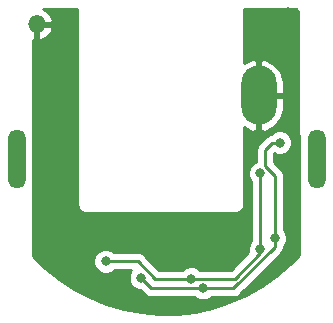
<source format=gbr>
G04 #@! TF.GenerationSoftware,KiCad,Pcbnew,(5.0.2)-1*
G04 #@! TF.CreationDate,2019-07-28T22:47:38+08:00*
G04 #@! TF.ProjectId,I2CS,49324353-2e6b-4696-9361-645f70636258,rev?*
G04 #@! TF.SameCoordinates,Original*
G04 #@! TF.FileFunction,Copper,L2,Bot*
G04 #@! TF.FilePolarity,Positive*
%FSLAX46Y46*%
G04 Gerber Fmt 4.6, Leading zero omitted, Abs format (unit mm)*
G04 Created by KiCad (PCBNEW (5.0.2)-1) date 2019-07-28 22:47:38*
%MOMM*%
%LPD*%
G01*
G04 APERTURE LIST*
G04 #@! TA.AperFunction,ComponentPad*
%ADD10O,1.500000X1.500000*%
G04 #@! TD*
G04 #@! TA.AperFunction,SMDPad,CuDef*
%ADD11O,3.000000X5.000000*%
G04 #@! TD*
G04 #@! TA.AperFunction,ComponentPad*
%ADD12O,1.500000X5.000000*%
G04 #@! TD*
G04 #@! TA.AperFunction,ViaPad*
%ADD13C,0.800000*%
G04 #@! TD*
G04 #@! TA.AperFunction,Conductor*
%ADD14C,0.250000*%
G04 #@! TD*
G04 #@! TA.AperFunction,Conductor*
%ADD15C,0.254000*%
G04 #@! TD*
G04 APERTURE END LIST*
D10*
G04 #@! TO.P,REF\002A\002A,1*
G04 #@! TO.N,GND*
X123207780Y-98051620D03*
G04 #@! TD*
D11*
G04 #@! TO.P,BT1,2*
G04 #@! TO.N,GND*
X141975840Y-104056180D03*
D12*
G04 #@! TO.P,BT1,1*
G04 #@! TO.N,+3V3*
X146903440Y-109481620D03*
X121503440Y-109481620D03*
G04 #@! TD*
D13*
G04 #@! TO.N,GND*
X125961140Y-118003320D03*
X143946880Y-99220020D03*
X144434560Y-97043240D03*
X132566107Y-121639027D03*
X132689600Y-117060980D03*
X136380220Y-118229380D03*
X139913360Y-117055900D03*
G04 #@! TO.N,SDA*
X129029460Y-118125240D03*
X136268460Y-119580660D03*
X142114690Y-110658490D03*
X142112150Y-117095690D03*
G04 #@! TO.N,SCL*
X132006340Y-119540020D03*
X137269220Y-120398540D03*
X143357600Y-116166900D03*
X143758925Y-108064305D03*
G04 #@! TD*
D14*
G04 #@! TO.N,SDA*
X138553198Y-119580660D02*
X137121165Y-119580660D01*
X137121165Y-119580660D02*
X136268460Y-119580660D01*
X133230620Y-119580660D02*
X136268460Y-119580660D01*
X129029460Y-118125240D02*
X131775200Y-118125240D01*
X131775200Y-118125240D02*
X133230620Y-119580660D01*
X142114690Y-117093150D02*
X142112150Y-117095690D01*
X142114690Y-110658490D02*
X142114690Y-117093150D01*
X142112150Y-117442830D02*
X142112150Y-117095690D01*
X137121165Y-119580660D02*
X139974320Y-119580660D01*
X139974320Y-119580660D02*
X142112150Y-117442830D01*
G04 #@! TO.N,SCL*
X132864860Y-120398540D02*
X136703535Y-120398540D01*
X132006340Y-119540020D02*
X132864860Y-120398540D01*
X136703535Y-120398540D02*
X137269220Y-120398540D01*
X143136615Y-108064305D02*
X143758925Y-108064305D01*
X142521940Y-108678980D02*
X143136615Y-108064305D01*
X142521940Y-110040420D02*
X142521940Y-108678980D01*
X143357600Y-116166900D02*
X143357600Y-110876080D01*
X143357600Y-110876080D02*
X142521940Y-110040420D01*
X143357600Y-116732585D02*
X143357600Y-116166900D01*
X139834620Y-120398540D02*
X143357600Y-116875560D01*
X143357600Y-116875560D02*
X143357600Y-116732585D01*
X137269220Y-120398540D02*
X139834620Y-120398540D01*
G04 #@! TD*
D15*
G04 #@! TO.N,GND*
G36*
X145349112Y-96981801D02*
X145364321Y-117610611D01*
X144620287Y-118389332D01*
X143467419Y-119377633D01*
X142222092Y-120246542D01*
X140896618Y-120987475D01*
X139504117Y-121593094D01*
X138058344Y-122057417D01*
X136573605Y-122375851D01*
X135064584Y-122545246D01*
X133546200Y-122563928D01*
X132033449Y-122431711D01*
X130541340Y-122149907D01*
X129084576Y-121721294D01*
X127677595Y-121150119D01*
X126334291Y-120442022D01*
X125067963Y-119604015D01*
X123891118Y-118644372D01*
X123163453Y-117919366D01*
X127994460Y-117919366D01*
X127994460Y-118331114D01*
X128152029Y-118711520D01*
X128443180Y-119002671D01*
X128823586Y-119160240D01*
X129235334Y-119160240D01*
X129615740Y-119002671D01*
X129733171Y-118885240D01*
X131197409Y-118885240D01*
X131128909Y-118953740D01*
X130971340Y-119334146D01*
X130971340Y-119745894D01*
X131128909Y-120126300D01*
X131420060Y-120417451D01*
X131800466Y-120575020D01*
X131966538Y-120575020D01*
X132274531Y-120883013D01*
X132316931Y-120946469D01*
X132568323Y-121114444D01*
X132790008Y-121158540D01*
X132790012Y-121158540D01*
X132864860Y-121173428D01*
X132939708Y-121158540D01*
X136565509Y-121158540D01*
X136682940Y-121275971D01*
X137063346Y-121433540D01*
X137475094Y-121433540D01*
X137855500Y-121275971D01*
X137972931Y-121158540D01*
X139759773Y-121158540D01*
X139834620Y-121173428D01*
X139909467Y-121158540D01*
X139909472Y-121158540D01*
X140131157Y-121114444D01*
X140382549Y-120946469D01*
X140424951Y-120883010D01*
X143842073Y-117465889D01*
X143905529Y-117423489D01*
X144073504Y-117172097D01*
X144117600Y-116950412D01*
X144117600Y-116950408D01*
X144132488Y-116875561D01*
X144129197Y-116859014D01*
X144235031Y-116753180D01*
X144392600Y-116372774D01*
X144392600Y-115961026D01*
X144235031Y-115580620D01*
X144117600Y-115463189D01*
X144117600Y-110950928D01*
X144132488Y-110876080D01*
X144117600Y-110801232D01*
X144117600Y-110801228D01*
X144073504Y-110579543D01*
X144073504Y-110579542D01*
X143947929Y-110391607D01*
X143905529Y-110328151D01*
X143842073Y-110285751D01*
X143281940Y-109725619D01*
X143281940Y-108993781D01*
X143286730Y-108988991D01*
X143553051Y-109099305D01*
X143964799Y-109099305D01*
X144345205Y-108941736D01*
X144636356Y-108650585D01*
X144793925Y-108270179D01*
X144793925Y-107858431D01*
X144636356Y-107478025D01*
X144345205Y-107186874D01*
X143964799Y-107029305D01*
X143553051Y-107029305D01*
X143172645Y-107186874D01*
X143053588Y-107305931D01*
X142888220Y-107338825D01*
X142840077Y-107348401D01*
X142653033Y-107473381D01*
X142588686Y-107516376D01*
X142546286Y-107579832D01*
X142037468Y-108088651D01*
X141974012Y-108131051D01*
X141931612Y-108194507D01*
X141931611Y-108194508D01*
X141806037Y-108382443D01*
X141747052Y-108678980D01*
X141761941Y-108753831D01*
X141761940Y-109684328D01*
X141528410Y-109781059D01*
X141237259Y-110072210D01*
X141079690Y-110452616D01*
X141079690Y-110864364D01*
X141237259Y-111244770D01*
X141354690Y-111362201D01*
X141354691Y-116389438D01*
X141234719Y-116509410D01*
X141077150Y-116889816D01*
X141077150Y-117301564D01*
X141106868Y-117373310D01*
X139659519Y-118820660D01*
X136972171Y-118820660D01*
X136854740Y-118703229D01*
X136474334Y-118545660D01*
X136062586Y-118545660D01*
X135682180Y-118703229D01*
X135564749Y-118820660D01*
X133545422Y-118820660D01*
X132365531Y-117640770D01*
X132323129Y-117577311D01*
X132071737Y-117409336D01*
X131850052Y-117365240D01*
X131850047Y-117365240D01*
X131775200Y-117350352D01*
X131700353Y-117365240D01*
X129733171Y-117365240D01*
X129615740Y-117247809D01*
X129235334Y-117090240D01*
X128823586Y-117090240D01*
X128443180Y-117247809D01*
X128152029Y-117538960D01*
X127994460Y-117919366D01*
X123163453Y-117919366D01*
X122880484Y-117637432D01*
X122875244Y-111434368D01*
X122888440Y-111368027D01*
X122888440Y-107595213D01*
X122871930Y-107512214D01*
X122865071Y-99393222D01*
X122866593Y-99393948D01*
X123080780Y-99272045D01*
X123080780Y-98178620D01*
X123334780Y-98178620D01*
X123334780Y-99272045D01*
X123548967Y-99393948D01*
X124036682Y-99161203D01*
X124398205Y-98759534D01*
X124550098Y-98392805D01*
X124427436Y-98178620D01*
X123334780Y-98178620D01*
X123080780Y-98178620D01*
X123060780Y-98178620D01*
X123060780Y-97924620D01*
X123080780Y-97924620D01*
X123080780Y-97904620D01*
X123334780Y-97904620D01*
X123334780Y-97924620D01*
X124427436Y-97924620D01*
X124550098Y-97710435D01*
X124398205Y-97343706D01*
X124036682Y-96942037D01*
X123694054Y-96778530D01*
X126611892Y-96776379D01*
X126611891Y-113230465D01*
X126599058Y-113294981D01*
X126654162Y-113572009D01*
X126811086Y-113806862D01*
X127045939Y-113963786D01*
X127253041Y-114004981D01*
X139970821Y-114004981D01*
X140040747Y-114018890D01*
X140110672Y-114004981D01*
X140110673Y-114004981D01*
X140317775Y-113963786D01*
X140552628Y-113806862D01*
X140709552Y-113572009D01*
X140764656Y-113294981D01*
X140750747Y-113225055D01*
X140750747Y-106769683D01*
X141276144Y-107077264D01*
X141517007Y-107141293D01*
X141848840Y-107028345D01*
X141848840Y-104183180D01*
X142102840Y-104183180D01*
X142102840Y-107028345D01*
X142434673Y-107141293D01*
X142675536Y-107077264D01*
X143395710Y-106655656D01*
X143899722Y-105990542D01*
X144110840Y-105183180D01*
X144110840Y-104183180D01*
X142102840Y-104183180D01*
X141848840Y-104183180D01*
X141828840Y-104183180D01*
X141828840Y-103929180D01*
X141848840Y-103929180D01*
X141848840Y-101084015D01*
X142102840Y-101084015D01*
X142102840Y-103929180D01*
X144110840Y-103929180D01*
X144110840Y-102929180D01*
X143899722Y-102121818D01*
X143395710Y-101456704D01*
X142675536Y-101035096D01*
X142434673Y-100971067D01*
X142102840Y-101084015D01*
X141848840Y-101084015D01*
X141517007Y-100971067D01*
X141276144Y-101035096D01*
X140750747Y-101342677D01*
X140750747Y-96765955D01*
X145129234Y-96762727D01*
X145349112Y-96981801D01*
X145349112Y-96981801D01*
G37*
X145349112Y-96981801D02*
X145364321Y-117610611D01*
X144620287Y-118389332D01*
X143467419Y-119377633D01*
X142222092Y-120246542D01*
X140896618Y-120987475D01*
X139504117Y-121593094D01*
X138058344Y-122057417D01*
X136573605Y-122375851D01*
X135064584Y-122545246D01*
X133546200Y-122563928D01*
X132033449Y-122431711D01*
X130541340Y-122149907D01*
X129084576Y-121721294D01*
X127677595Y-121150119D01*
X126334291Y-120442022D01*
X125067963Y-119604015D01*
X123891118Y-118644372D01*
X123163453Y-117919366D01*
X127994460Y-117919366D01*
X127994460Y-118331114D01*
X128152029Y-118711520D01*
X128443180Y-119002671D01*
X128823586Y-119160240D01*
X129235334Y-119160240D01*
X129615740Y-119002671D01*
X129733171Y-118885240D01*
X131197409Y-118885240D01*
X131128909Y-118953740D01*
X130971340Y-119334146D01*
X130971340Y-119745894D01*
X131128909Y-120126300D01*
X131420060Y-120417451D01*
X131800466Y-120575020D01*
X131966538Y-120575020D01*
X132274531Y-120883013D01*
X132316931Y-120946469D01*
X132568323Y-121114444D01*
X132790008Y-121158540D01*
X132790012Y-121158540D01*
X132864860Y-121173428D01*
X132939708Y-121158540D01*
X136565509Y-121158540D01*
X136682940Y-121275971D01*
X137063346Y-121433540D01*
X137475094Y-121433540D01*
X137855500Y-121275971D01*
X137972931Y-121158540D01*
X139759773Y-121158540D01*
X139834620Y-121173428D01*
X139909467Y-121158540D01*
X139909472Y-121158540D01*
X140131157Y-121114444D01*
X140382549Y-120946469D01*
X140424951Y-120883010D01*
X143842073Y-117465889D01*
X143905529Y-117423489D01*
X144073504Y-117172097D01*
X144117600Y-116950412D01*
X144117600Y-116950408D01*
X144132488Y-116875561D01*
X144129197Y-116859014D01*
X144235031Y-116753180D01*
X144392600Y-116372774D01*
X144392600Y-115961026D01*
X144235031Y-115580620D01*
X144117600Y-115463189D01*
X144117600Y-110950928D01*
X144132488Y-110876080D01*
X144117600Y-110801232D01*
X144117600Y-110801228D01*
X144073504Y-110579543D01*
X144073504Y-110579542D01*
X143947929Y-110391607D01*
X143905529Y-110328151D01*
X143842073Y-110285751D01*
X143281940Y-109725619D01*
X143281940Y-108993781D01*
X143286730Y-108988991D01*
X143553051Y-109099305D01*
X143964799Y-109099305D01*
X144345205Y-108941736D01*
X144636356Y-108650585D01*
X144793925Y-108270179D01*
X144793925Y-107858431D01*
X144636356Y-107478025D01*
X144345205Y-107186874D01*
X143964799Y-107029305D01*
X143553051Y-107029305D01*
X143172645Y-107186874D01*
X143053588Y-107305931D01*
X142888220Y-107338825D01*
X142840077Y-107348401D01*
X142653033Y-107473381D01*
X142588686Y-107516376D01*
X142546286Y-107579832D01*
X142037468Y-108088651D01*
X141974012Y-108131051D01*
X141931612Y-108194507D01*
X141931611Y-108194508D01*
X141806037Y-108382443D01*
X141747052Y-108678980D01*
X141761941Y-108753831D01*
X141761940Y-109684328D01*
X141528410Y-109781059D01*
X141237259Y-110072210D01*
X141079690Y-110452616D01*
X141079690Y-110864364D01*
X141237259Y-111244770D01*
X141354690Y-111362201D01*
X141354691Y-116389438D01*
X141234719Y-116509410D01*
X141077150Y-116889816D01*
X141077150Y-117301564D01*
X141106868Y-117373310D01*
X139659519Y-118820660D01*
X136972171Y-118820660D01*
X136854740Y-118703229D01*
X136474334Y-118545660D01*
X136062586Y-118545660D01*
X135682180Y-118703229D01*
X135564749Y-118820660D01*
X133545422Y-118820660D01*
X132365531Y-117640770D01*
X132323129Y-117577311D01*
X132071737Y-117409336D01*
X131850052Y-117365240D01*
X131850047Y-117365240D01*
X131775200Y-117350352D01*
X131700353Y-117365240D01*
X129733171Y-117365240D01*
X129615740Y-117247809D01*
X129235334Y-117090240D01*
X128823586Y-117090240D01*
X128443180Y-117247809D01*
X128152029Y-117538960D01*
X127994460Y-117919366D01*
X123163453Y-117919366D01*
X122880484Y-117637432D01*
X122875244Y-111434368D01*
X122888440Y-111368027D01*
X122888440Y-107595213D01*
X122871930Y-107512214D01*
X122865071Y-99393222D01*
X122866593Y-99393948D01*
X123080780Y-99272045D01*
X123080780Y-98178620D01*
X123334780Y-98178620D01*
X123334780Y-99272045D01*
X123548967Y-99393948D01*
X124036682Y-99161203D01*
X124398205Y-98759534D01*
X124550098Y-98392805D01*
X124427436Y-98178620D01*
X123334780Y-98178620D01*
X123080780Y-98178620D01*
X123060780Y-98178620D01*
X123060780Y-97924620D01*
X123080780Y-97924620D01*
X123080780Y-97904620D01*
X123334780Y-97904620D01*
X123334780Y-97924620D01*
X124427436Y-97924620D01*
X124550098Y-97710435D01*
X124398205Y-97343706D01*
X124036682Y-96942037D01*
X123694054Y-96778530D01*
X126611892Y-96776379D01*
X126611891Y-113230465D01*
X126599058Y-113294981D01*
X126654162Y-113572009D01*
X126811086Y-113806862D01*
X127045939Y-113963786D01*
X127253041Y-114004981D01*
X139970821Y-114004981D01*
X140040747Y-114018890D01*
X140110672Y-114004981D01*
X140110673Y-114004981D01*
X140317775Y-113963786D01*
X140552628Y-113806862D01*
X140709552Y-113572009D01*
X140764656Y-113294981D01*
X140750747Y-113225055D01*
X140750747Y-106769683D01*
X141276144Y-107077264D01*
X141517007Y-107141293D01*
X141848840Y-107028345D01*
X141848840Y-104183180D01*
X142102840Y-104183180D01*
X142102840Y-107028345D01*
X142434673Y-107141293D01*
X142675536Y-107077264D01*
X143395710Y-106655656D01*
X143899722Y-105990542D01*
X144110840Y-105183180D01*
X144110840Y-104183180D01*
X142102840Y-104183180D01*
X141848840Y-104183180D01*
X141828840Y-104183180D01*
X141828840Y-103929180D01*
X141848840Y-103929180D01*
X141848840Y-101084015D01*
X142102840Y-101084015D01*
X142102840Y-103929180D01*
X144110840Y-103929180D01*
X144110840Y-102929180D01*
X143899722Y-102121818D01*
X143395710Y-101456704D01*
X142675536Y-101035096D01*
X142434673Y-100971067D01*
X142102840Y-101084015D01*
X141848840Y-101084015D01*
X141517007Y-100971067D01*
X141276144Y-101035096D01*
X140750747Y-101342677D01*
X140750747Y-96765955D01*
X145129234Y-96762727D01*
X145349112Y-96981801D01*
G04 #@! TD*
M02*

</source>
